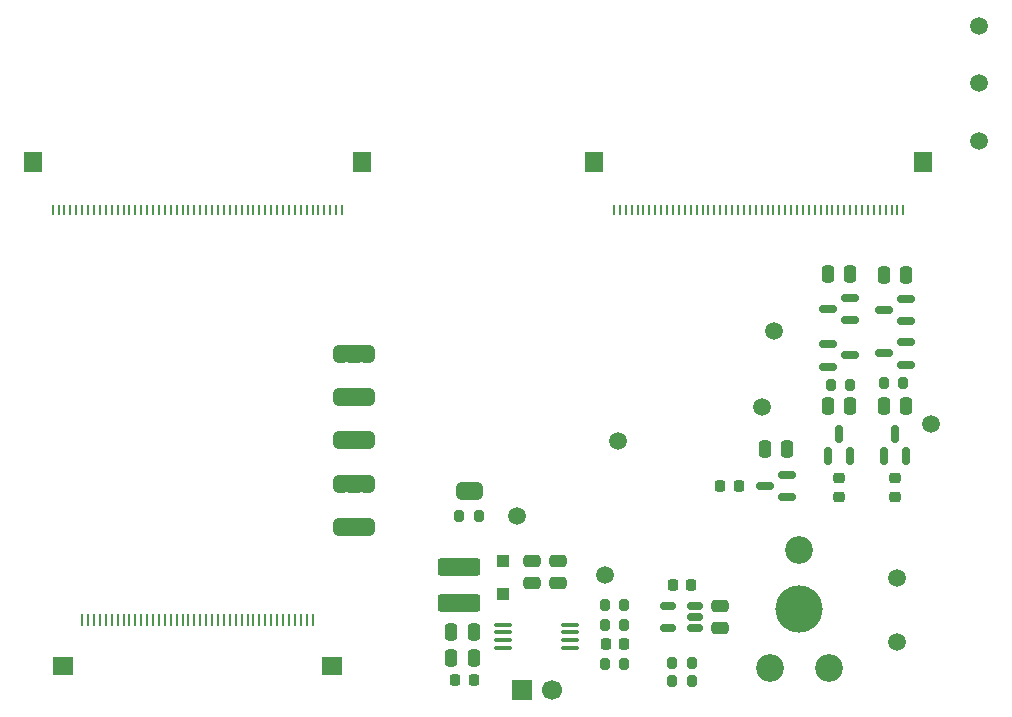
<source format=gts>
%TF.GenerationSoftware,KiCad,Pcbnew,9.0.1*%
%TF.CreationDate,2025-05-02T17:21:36+07:00*%
%TF.ProjectId,LCD-50-bias-supply,4c43442d-3530-42d6-9269-61732d737570,rev?*%
%TF.SameCoordinates,Original*%
%TF.FileFunction,Soldermask,Top*%
%TF.FilePolarity,Negative*%
%FSLAX45Y45*%
G04 Gerber Fmt 4.5, Leading zero omitted, Abs format (unit mm)*
G04 Created by KiCad (PCBNEW 9.0.1) date 2025-05-02 17:21:36*
%MOMM*%
%LPD*%
G01*
G04 APERTURE LIST*
G04 Aperture macros list*
%AMRoundRect*
0 Rectangle with rounded corners*
0 $1 Rounding radius*
0 $2 $3 $4 $5 $6 $7 $8 $9 X,Y pos of 4 corners*
0 Add a 4 corners polygon primitive as box body*
4,1,4,$2,$3,$4,$5,$6,$7,$8,$9,$2,$3,0*
0 Add four circle primitives for the rounded corners*
1,1,$1+$1,$2,$3*
1,1,$1+$1,$4,$5*
1,1,$1+$1,$6,$7*
1,1,$1+$1,$8,$9*
0 Add four rect primitives between the rounded corners*
20,1,$1+$1,$2,$3,$4,$5,0*
20,1,$1+$1,$4,$5,$6,$7,0*
20,1,$1+$1,$6,$7,$8,$9,0*
20,1,$1+$1,$8,$9,$2,$3,0*%
%AMFreePoly0*
4,1,23,0.550000,-0.750000,0.000000,-0.750000,0.000000,-0.745722,-0.065263,-0.745722,-0.191342,-0.711940,-0.304381,-0.646677,-0.396677,-0.554381,-0.461940,-0.441342,-0.495722,-0.315263,-0.495722,-0.250000,-0.500000,-0.250000,-0.500000,0.250000,-0.495722,0.250000,-0.495722,0.315263,-0.461940,0.441342,-0.396677,0.554381,-0.304381,0.646677,-0.191342,0.711940,-0.065263,0.745722,0.000000,0.745722,
0.000000,0.750000,0.550000,0.750000,0.550000,-0.750000,0.550000,-0.750000,$1*%
%AMFreePoly1*
4,1,23,0.000000,0.745722,0.065263,0.745722,0.191342,0.711940,0.304381,0.646677,0.396677,0.554381,0.461940,0.441342,0.495722,0.315263,0.495722,0.250000,0.500000,0.250000,0.500000,-0.250000,0.495722,-0.250000,0.495722,-0.315263,0.461940,-0.441342,0.396677,-0.554381,0.304381,-0.646677,0.191342,-0.711940,0.065263,-0.745722,0.000000,-0.745722,0.000000,-0.750000,-0.550000,-0.750000,
-0.550000,0.750000,0.000000,0.750000,0.000000,0.745722,0.000000,0.745722,$1*%
%AMFreePoly2*
4,1,23,0.500000,-0.750000,0.000000,-0.750000,0.000000,-0.745722,-0.065263,-0.745722,-0.191342,-0.711940,-0.304381,-0.646677,-0.396677,-0.554381,-0.461940,-0.441342,-0.495722,-0.315263,-0.495722,-0.250000,-0.500000,-0.250000,-0.500000,0.250000,-0.495722,0.250000,-0.495722,0.315263,-0.461940,0.441342,-0.396677,0.554381,-0.304381,0.646677,-0.191342,0.711940,-0.065263,0.745722,0.000000,0.745722,
0.000000,0.750000,0.500000,0.750000,0.500000,-0.750000,0.500000,-0.750000,$1*%
%AMFreePoly3*
4,1,23,0.000000,0.745722,0.065263,0.745722,0.191342,0.711940,0.304381,0.646677,0.396677,0.554381,0.461940,0.441342,0.495722,0.315263,0.495722,0.250000,0.500000,0.250000,0.500000,-0.250000,0.495722,-0.250000,0.495722,-0.315263,0.461940,-0.441342,0.396677,-0.554381,0.304381,-0.646677,0.191342,-0.711940,0.065263,-0.745722,0.000000,-0.745722,0.000000,-0.750000,-0.500000,-0.750000,
-0.500000,0.750000,0.000000,0.750000,0.000000,0.745722,0.000000,0.745722,$1*%
G04 Aperture macros list end*
%ADD10R,0.250000X1.100000*%
%ADD11R,1.700000X1.500000*%
%ADD12RoundRect,0.150000X-0.587500X-0.150000X0.587500X-0.150000X0.587500X0.150000X-0.587500X0.150000X0*%
%ADD13C,1.500000*%
%ADD14FreePoly0,0.000000*%
%ADD15R,1.000000X1.500000*%
%ADD16FreePoly1,0.000000*%
%ADD17R,0.254000X0.812800*%
%ADD18R,1.524000X1.701800*%
%ADD19RoundRect,0.250000X-0.475000X0.250000X-0.475000X-0.250000X0.475000X-0.250000X0.475000X0.250000X0*%
%ADD20RoundRect,0.225000X0.250000X-0.225000X0.250000X0.225000X-0.250000X0.225000X-0.250000X-0.225000X0*%
%ADD21RoundRect,0.150000X0.587500X0.150000X-0.587500X0.150000X-0.587500X-0.150000X0.587500X-0.150000X0*%
%ADD22RoundRect,0.200000X-0.200000X-0.275000X0.200000X-0.275000X0.200000X0.275000X-0.200000X0.275000X0*%
%ADD23RoundRect,0.150000X0.512500X0.150000X-0.512500X0.150000X-0.512500X-0.150000X0.512500X-0.150000X0*%
%ADD24RoundRect,0.150000X0.150000X-0.587500X0.150000X0.587500X-0.150000X0.587500X-0.150000X-0.587500X0*%
%ADD25RoundRect,0.250000X-0.300000X0.300000X-0.300000X-0.300000X0.300000X-0.300000X0.300000X0.300000X0*%
%ADD26RoundRect,0.225000X-0.225000X-0.250000X0.225000X-0.250000X0.225000X0.250000X-0.225000X0.250000X0*%
%ADD27RoundRect,0.250001X1.549999X-0.499999X1.549999X0.499999X-1.549999X0.499999X-1.549999X-0.499999X0*%
%ADD28RoundRect,0.100000X0.637500X0.100000X-0.637500X0.100000X-0.637500X-0.100000X0.637500X-0.100000X0*%
%ADD29RoundRect,0.200000X0.200000X0.275000X-0.200000X0.275000X-0.200000X-0.275000X0.200000X-0.275000X0*%
%ADD30RoundRect,0.250000X0.250000X0.475000X-0.250000X0.475000X-0.250000X-0.475000X0.250000X-0.475000X0*%
%ADD31RoundRect,0.250000X0.475000X-0.250000X0.475000X0.250000X-0.475000X0.250000X-0.475000X-0.250000X0*%
%ADD32RoundRect,0.250000X-0.250000X-0.475000X0.250000X-0.475000X0.250000X0.475000X-0.250000X0.475000X0*%
%ADD33RoundRect,0.225000X0.225000X0.250000X-0.225000X0.250000X-0.225000X-0.250000X0.225000X-0.250000X0*%
%ADD34RoundRect,0.225000X-0.250000X0.225000X-0.250000X-0.225000X0.250000X-0.225000X0.250000X0.225000X0*%
%ADD35C,4.000000*%
%ADD36C,2.340000*%
%ADD37FreePoly2,0.000000*%
%ADD38FreePoly3,0.000000*%
%ADD39R,1.700000X1.700000*%
%ADD40C,1.700000*%
G04 APERTURE END LIST*
%TO.C,JP12*%
G36*
X12914100Y-9429680D02*
G01*
X13064100Y-9429680D01*
X13064100Y-9579680D01*
X12914100Y-9579680D01*
X12914100Y-9429680D01*
G37*
%TO.C,JP15*%
G36*
X12914100Y-10163740D02*
G01*
X13064100Y-10163740D01*
X13064100Y-10313740D01*
X12914100Y-10313740D01*
X12914100Y-10163740D01*
G37*
%TO.C,JP14*%
G36*
X12914100Y-9796710D02*
G01*
X13064100Y-9796710D01*
X13064100Y-9946710D01*
X12914100Y-9946710D01*
X12914100Y-9796710D01*
G37*
%TO.C,JP13*%
G36*
X12914100Y-10897800D02*
G01*
X13064100Y-10897800D01*
X13064100Y-11047800D01*
X12914100Y-11047800D01*
X12914100Y-10897800D01*
G37*
%TO.C,JP16*%
G36*
X12914100Y-10530770D02*
G01*
X13064100Y-10530770D01*
X13064100Y-10680770D01*
X12914100Y-10680770D01*
X12914100Y-10530770D01*
G37*
%TO.C,JP1*%
G36*
X13949140Y-10590460D02*
G01*
X13979140Y-10590460D01*
X13979140Y-10740460D01*
X13949140Y-10740460D01*
X13949140Y-10590460D01*
G37*
%TD*%
D10*
%TO.C,J1*%
X10687180Y-11758400D03*
X10737180Y-11758400D03*
X10787180Y-11758400D03*
X10837180Y-11758400D03*
X10887180Y-11758400D03*
X10937180Y-11758400D03*
X10987180Y-11758400D03*
X11037180Y-11758400D03*
X11087180Y-11758400D03*
X11137180Y-11758400D03*
X11187180Y-11758400D03*
X11237180Y-11758400D03*
X11287180Y-11758400D03*
X11337180Y-11758400D03*
X11387180Y-11758400D03*
X11437180Y-11758400D03*
X11487180Y-11758400D03*
X11537180Y-11758400D03*
X11587180Y-11758400D03*
X11637180Y-11758400D03*
X11687180Y-11758400D03*
X11737180Y-11758400D03*
X11787180Y-11758400D03*
X11837180Y-11758400D03*
X11887180Y-11758400D03*
X11937180Y-11758400D03*
X11987180Y-11758400D03*
X12037180Y-11758400D03*
X12087180Y-11758400D03*
X12137180Y-11758400D03*
X12187180Y-11758400D03*
X12237180Y-11758400D03*
X12287180Y-11758400D03*
X12337180Y-11758400D03*
X12387180Y-11758400D03*
X12437180Y-11758400D03*
X12487180Y-11758400D03*
X12537180Y-11758400D03*
X12587180Y-11758400D03*
X12637180Y-11758400D03*
D11*
X10522180Y-12148400D03*
X12802180Y-12148400D03*
%TD*%
D12*
%TO.C,D13*%
X17002020Y-9425660D03*
X17002020Y-9615660D03*
X17189520Y-9520660D03*
%TD*%
D13*
%TO.C,TP2*%
X14368780Y-10876280D03*
%TD*%
D14*
%TO.C,JP12*%
X12859100Y-9504680D03*
D15*
X12989100Y-9504680D03*
D16*
X13119100Y-9504680D03*
%TD*%
D13*
%TO.C,TP5*%
X15113090Y-11376660D03*
%TD*%
D17*
%TO.C,J3*%
X17639520Y-8286930D03*
X17589520Y-8286930D03*
X17539520Y-8286930D03*
X17489520Y-8286930D03*
X17439520Y-8286930D03*
X17389520Y-8286930D03*
X17339520Y-8286930D03*
X17289520Y-8286930D03*
X17239520Y-8286930D03*
X17189520Y-8286930D03*
X17139520Y-8286930D03*
X17089520Y-8286930D03*
X17039520Y-8286930D03*
X16989520Y-8286930D03*
X16939520Y-8286930D03*
X16889520Y-8286930D03*
X16839520Y-8286930D03*
X16789520Y-8286930D03*
X16739520Y-8286930D03*
X16689520Y-8286930D03*
X16639520Y-8286930D03*
X16589520Y-8286930D03*
X16539520Y-8286930D03*
X16489520Y-8286930D03*
X16439520Y-8286930D03*
X16389520Y-8286930D03*
X16339520Y-8286930D03*
X16289520Y-8286930D03*
X16239520Y-8286930D03*
X16189520Y-8286930D03*
X16139520Y-8286930D03*
X16089520Y-8286930D03*
X16039520Y-8286930D03*
X15989520Y-8286930D03*
X15939520Y-8286930D03*
X15889520Y-8286930D03*
X15839520Y-8286930D03*
X15789520Y-8286930D03*
X15739520Y-8286930D03*
X15689520Y-8286930D03*
X15639520Y-8286930D03*
X15589520Y-8286930D03*
X15539520Y-8286930D03*
X15489520Y-8286930D03*
X15439520Y-8286930D03*
X15389520Y-8286930D03*
X15339520Y-8286930D03*
X15289520Y-8286930D03*
X15239520Y-8286930D03*
X15189520Y-8286930D03*
D18*
X15023870Y-7885610D03*
X17805170Y-7885610D03*
%TD*%
D19*
%TO.C,C10*%
X14497090Y-11260450D03*
X14497090Y-11450450D03*
%TD*%
D20*
%TO.C,C8*%
X17094520Y-10715020D03*
X17094520Y-10560020D03*
%TD*%
D21*
%TO.C,D12*%
X17662700Y-9598160D03*
X17662700Y-9408160D03*
X17475200Y-9503160D03*
%TD*%
D22*
%TO.C,R3*%
X15113090Y-12131570D03*
X15278090Y-12131570D03*
%TD*%
D13*
%TO.C,TP7*%
X16545560Y-9311640D03*
%TD*%
D23*
%TO.C,U2*%
X15872450Y-11831210D03*
X15872450Y-11736210D03*
X15872450Y-11641210D03*
X15644950Y-11641210D03*
X15644950Y-11831210D03*
%TD*%
D24*
%TO.C,D4*%
X16999520Y-10373130D03*
X17189520Y-10373130D03*
X17094520Y-10185630D03*
%TD*%
D19*
%TO.C,C13*%
X14718070Y-11260450D03*
X14718070Y-11450450D03*
%TD*%
D14*
%TO.C,JP15*%
X12859100Y-10238740D03*
D15*
X12989100Y-10238740D03*
D16*
X13119100Y-10238740D03*
%TD*%
D22*
%TO.C,R5*%
X15113090Y-11799677D03*
X15278090Y-11799677D03*
%TD*%
D14*
%TO.C,JP14*%
X12859100Y-9871710D03*
D15*
X12989100Y-9871710D03*
D16*
X13119100Y-9871710D03*
%TD*%
D25*
%TO.C,D3*%
X14248170Y-11260450D03*
X14248170Y-11540450D03*
%TD*%
D21*
%TO.C,D5*%
X16655800Y-10721230D03*
X16655800Y-10531230D03*
X16468300Y-10626230D03*
%TD*%
D17*
%TO.C,J2*%
X12887180Y-8286930D03*
X12837180Y-8286930D03*
X12787180Y-8286930D03*
X12737180Y-8286930D03*
X12687180Y-8286930D03*
X12637180Y-8286930D03*
X12587180Y-8286930D03*
X12537180Y-8286930D03*
X12487180Y-8286930D03*
X12437180Y-8286930D03*
X12387180Y-8286930D03*
X12337180Y-8286930D03*
X12287180Y-8286930D03*
X12237180Y-8286930D03*
X12187180Y-8286930D03*
X12137180Y-8286930D03*
X12087180Y-8286930D03*
X12037180Y-8286930D03*
X11987180Y-8286930D03*
X11937180Y-8286930D03*
X11887180Y-8286930D03*
X11837180Y-8286930D03*
X11787180Y-8286930D03*
X11737180Y-8286930D03*
X11687180Y-8286930D03*
X11637180Y-8286930D03*
X11587180Y-8286930D03*
X11537180Y-8286930D03*
X11487180Y-8286930D03*
X11437180Y-8286930D03*
X11387180Y-8286930D03*
X11337180Y-8286930D03*
X11287180Y-8286930D03*
X11237180Y-8286930D03*
X11187180Y-8286930D03*
X11137180Y-8286930D03*
X11087180Y-8286930D03*
X11037180Y-8286930D03*
X10987180Y-8286930D03*
X10937180Y-8286930D03*
X10887180Y-8286930D03*
X10837180Y-8286930D03*
X10787180Y-8286930D03*
X10737180Y-8286930D03*
X10687180Y-8286930D03*
X10637180Y-8286930D03*
X10587180Y-8286930D03*
X10537180Y-8286930D03*
X10487180Y-8286930D03*
X10437180Y-8286930D03*
D18*
X10271530Y-7885610D03*
X13052830Y-7885610D03*
%TD*%
D21*
%TO.C,Q1*%
X17660620Y-9229860D03*
X17660620Y-9039860D03*
X17473120Y-9134860D03*
%TD*%
D14*
%TO.C,JP13*%
X12859100Y-10972800D03*
D15*
X12989100Y-10972800D03*
D16*
X13119100Y-10972800D03*
%TD*%
D22*
%TO.C,R4*%
X15113090Y-11633730D03*
X15278090Y-11633730D03*
%TD*%
%TO.C,R2*%
X13881640Y-10876280D03*
X14046640Y-10876280D03*
%TD*%
D26*
%TO.C,C5*%
X13847810Y-12267170D03*
X14002810Y-12267170D03*
%TD*%
D13*
%TO.C,TP8*%
X18280380Y-7216140D03*
%TD*%
D27*
%TO.C,L1*%
X13881640Y-11617030D03*
X13881640Y-11312030D03*
%TD*%
D28*
%TO.C,U1*%
X14820670Y-11993830D03*
X14820670Y-11928830D03*
X14820670Y-11863830D03*
X14820670Y-11798830D03*
X14248170Y-11798830D03*
X14248170Y-11863830D03*
X14248170Y-11928830D03*
X14248170Y-11993830D03*
%TD*%
D29*
%TO.C,R8*%
X15846280Y-12279770D03*
X15681280Y-12279770D03*
%TD*%
D26*
%TO.C,C9*%
X16089600Y-10626230D03*
X16244600Y-10626230D03*
%TD*%
D24*
%TO.C,D2*%
X17475200Y-10370360D03*
X17665200Y-10370360D03*
X17570200Y-10182860D03*
%TD*%
D13*
%TO.C,TP10*%
X17584420Y-11407140D03*
%TD*%
%TO.C,TP11*%
X17871440Y-10104120D03*
%TD*%
%TO.C,TP1*%
X18280380Y-7703820D03*
%TD*%
%TO.C,TP9*%
X15219680Y-10248900D03*
%TD*%
%TO.C,TP6*%
X17584420Y-11945620D03*
%TD*%
D30*
%TO.C,C2*%
X14002810Y-11863830D03*
X13812810Y-11863830D03*
%TD*%
D31*
%TO.C,C16*%
X16091440Y-11831210D03*
X16091440Y-11641210D03*
%TD*%
D32*
%TO.C,C1*%
X17473120Y-8836160D03*
X17663120Y-8836160D03*
%TD*%
D29*
%TO.C,R1*%
X17640200Y-9753600D03*
X17475200Y-9753600D03*
%TD*%
D30*
%TO.C,C12*%
X16655800Y-10314940D03*
X16465800Y-10314940D03*
%TD*%
D33*
%TO.C,C7*%
X15273090Y-11965623D03*
X15118090Y-11965623D03*
%TD*%
D30*
%TO.C,C14*%
X17189200Y-8834120D03*
X16999200Y-8834120D03*
%TD*%
%TO.C,C3*%
X14002810Y-12079210D03*
X13812810Y-12079210D03*
%TD*%
D29*
%TO.C,R7*%
X15846280Y-12120880D03*
X15681280Y-12120880D03*
%TD*%
%TO.C,R6*%
X17189400Y-9773920D03*
X17024400Y-9773920D03*
%TD*%
D13*
%TO.C,TP4*%
X18280380Y-6728460D03*
%TD*%
D14*
%TO.C,JP16*%
X12859100Y-10605770D03*
D15*
X12989100Y-10605770D03*
D16*
X13119100Y-10605770D03*
%TD*%
D13*
%TO.C,TP3*%
X16443960Y-9959340D03*
%TD*%
D34*
%TO.C,C6*%
X17570200Y-10560020D03*
X17570200Y-10715020D03*
%TD*%
D35*
%TO.C,RV1*%
X16759460Y-11666220D03*
D36*
X17009460Y-12166220D03*
X16759460Y-11166220D03*
X16509460Y-12166220D03*
%TD*%
D26*
%TO.C,C15*%
X15686280Y-11465560D03*
X15841280Y-11465560D03*
%TD*%
D37*
%TO.C,JP1*%
X13899140Y-10665460D03*
D38*
X14029140Y-10665460D03*
%TD*%
D39*
%TO.C,J4*%
X14406920Y-12352020D03*
D40*
X14660920Y-12352020D03*
%TD*%
D32*
%TO.C,C4*%
X17475200Y-9949180D03*
X17665200Y-9949180D03*
%TD*%
D21*
%TO.C,Q2*%
X17189200Y-9220090D03*
X17189200Y-9030090D03*
X17001700Y-9125090D03*
%TD*%
D30*
%TO.C,C11*%
X17189520Y-9951720D03*
X16999520Y-9951720D03*
%TD*%
M02*

</source>
